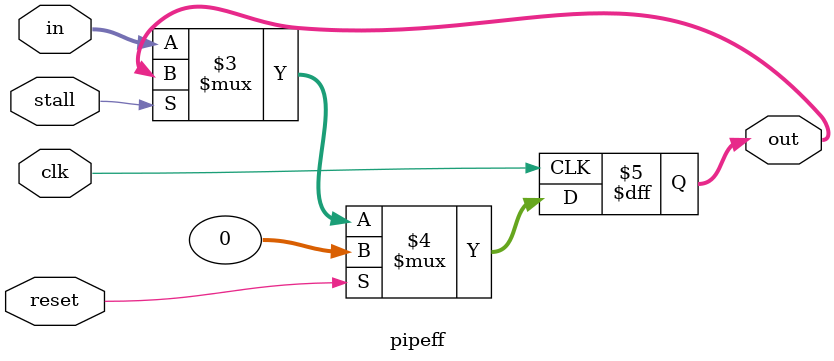
<source format=sv>
/*
* <pipeff.sv>
* 
* Copyright (c) 2025 Yosuke Ide <gizaneko@outlook.jp>
* 
* This software is released under the MIT License.
* http://opensource.org/licenses/mit-license.php
*/

// Pipeline Flip-flop
module pipeff #(
  parameter DATA = 32
)(
  input wire              clk,
  input wire              reset,
  input wire              stall,
  input wire [DATA-1:0]   in,
  output reg [DATA-1:0]  out
);

always_ff @(posedge clk) begin
  out  <= reset  ? {DATA{1'b0}}
        : !stall ? in 
        :          out;
end
endmodule

</source>
